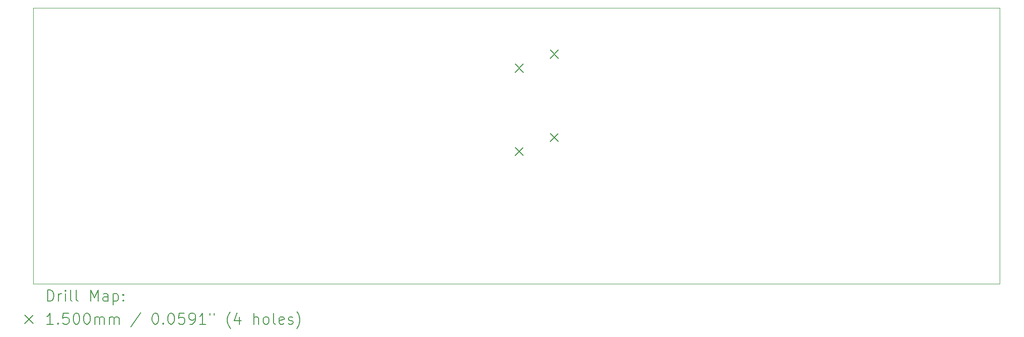
<source format=gbr>
%TF.GenerationSoftware,KiCad,Pcbnew,8.0.9-8.0.9-0~ubuntu22.04.1*%
%TF.CreationDate,2025-03-11T21:03:11+03:00*%
%TF.ProjectId,test,74657374-2e6b-4696-9361-645f70636258,rev?*%
%TF.SameCoordinates,Original*%
%TF.FileFunction,Drillmap*%
%TF.FilePolarity,Positive*%
%FSLAX45Y45*%
G04 Gerber Fmt 4.5, Leading zero omitted, Abs format (unit mm)*
G04 Created by KiCad (PCBNEW 8.0.9-8.0.9-0~ubuntu22.04.1) date 2025-03-11 21:03:11*
%MOMM*%
%LPD*%
G01*
G04 APERTURE LIST*
%ADD10C,0.050000*%
%ADD11C,0.200000*%
%ADD12C,0.150000*%
G04 APERTURE END LIST*
D10*
X2100000Y-6550000D02*
X19600000Y-6550000D01*
X19600000Y-11550000D01*
X2100000Y-11550000D01*
X2100000Y-6550000D01*
D11*
D12*
X10825000Y-7566000D02*
X10975000Y-7716000D01*
X10975000Y-7566000D02*
X10825000Y-7716000D01*
X10825000Y-9075000D02*
X10975000Y-9225000D01*
X10975000Y-9075000D02*
X10825000Y-9225000D01*
X11460000Y-7312000D02*
X11610000Y-7462000D01*
X11610000Y-7312000D02*
X11460000Y-7462000D01*
X11460000Y-8821000D02*
X11610000Y-8971000D01*
X11610000Y-8821000D02*
X11460000Y-8971000D01*
D11*
X2358277Y-11863984D02*
X2358277Y-11663984D01*
X2358277Y-11663984D02*
X2405896Y-11663984D01*
X2405896Y-11663984D02*
X2434467Y-11673508D01*
X2434467Y-11673508D02*
X2453515Y-11692555D01*
X2453515Y-11692555D02*
X2463039Y-11711603D01*
X2463039Y-11711603D02*
X2472563Y-11749698D01*
X2472563Y-11749698D02*
X2472563Y-11778269D01*
X2472563Y-11778269D02*
X2463039Y-11816365D01*
X2463039Y-11816365D02*
X2453515Y-11835412D01*
X2453515Y-11835412D02*
X2434467Y-11854460D01*
X2434467Y-11854460D02*
X2405896Y-11863984D01*
X2405896Y-11863984D02*
X2358277Y-11863984D01*
X2558277Y-11863984D02*
X2558277Y-11730650D01*
X2558277Y-11768746D02*
X2567801Y-11749698D01*
X2567801Y-11749698D02*
X2577324Y-11740174D01*
X2577324Y-11740174D02*
X2596372Y-11730650D01*
X2596372Y-11730650D02*
X2615420Y-11730650D01*
X2682086Y-11863984D02*
X2682086Y-11730650D01*
X2682086Y-11663984D02*
X2672563Y-11673508D01*
X2672563Y-11673508D02*
X2682086Y-11683031D01*
X2682086Y-11683031D02*
X2691610Y-11673508D01*
X2691610Y-11673508D02*
X2682086Y-11663984D01*
X2682086Y-11663984D02*
X2682086Y-11683031D01*
X2805896Y-11863984D02*
X2786848Y-11854460D01*
X2786848Y-11854460D02*
X2777324Y-11835412D01*
X2777324Y-11835412D02*
X2777324Y-11663984D01*
X2910658Y-11863984D02*
X2891610Y-11854460D01*
X2891610Y-11854460D02*
X2882086Y-11835412D01*
X2882086Y-11835412D02*
X2882086Y-11663984D01*
X3139229Y-11863984D02*
X3139229Y-11663984D01*
X3139229Y-11663984D02*
X3205896Y-11806841D01*
X3205896Y-11806841D02*
X3272562Y-11663984D01*
X3272562Y-11663984D02*
X3272562Y-11863984D01*
X3453515Y-11863984D02*
X3453515Y-11759222D01*
X3453515Y-11759222D02*
X3443991Y-11740174D01*
X3443991Y-11740174D02*
X3424943Y-11730650D01*
X3424943Y-11730650D02*
X3386848Y-11730650D01*
X3386848Y-11730650D02*
X3367801Y-11740174D01*
X3453515Y-11854460D02*
X3434467Y-11863984D01*
X3434467Y-11863984D02*
X3386848Y-11863984D01*
X3386848Y-11863984D02*
X3367801Y-11854460D01*
X3367801Y-11854460D02*
X3358277Y-11835412D01*
X3358277Y-11835412D02*
X3358277Y-11816365D01*
X3358277Y-11816365D02*
X3367801Y-11797317D01*
X3367801Y-11797317D02*
X3386848Y-11787793D01*
X3386848Y-11787793D02*
X3434467Y-11787793D01*
X3434467Y-11787793D02*
X3453515Y-11778269D01*
X3548753Y-11730650D02*
X3548753Y-11930650D01*
X3548753Y-11740174D02*
X3567801Y-11730650D01*
X3567801Y-11730650D02*
X3605896Y-11730650D01*
X3605896Y-11730650D02*
X3624943Y-11740174D01*
X3624943Y-11740174D02*
X3634467Y-11749698D01*
X3634467Y-11749698D02*
X3643991Y-11768746D01*
X3643991Y-11768746D02*
X3643991Y-11825888D01*
X3643991Y-11825888D02*
X3634467Y-11844936D01*
X3634467Y-11844936D02*
X3624943Y-11854460D01*
X3624943Y-11854460D02*
X3605896Y-11863984D01*
X3605896Y-11863984D02*
X3567801Y-11863984D01*
X3567801Y-11863984D02*
X3548753Y-11854460D01*
X3729705Y-11844936D02*
X3739229Y-11854460D01*
X3739229Y-11854460D02*
X3729705Y-11863984D01*
X3729705Y-11863984D02*
X3720182Y-11854460D01*
X3720182Y-11854460D02*
X3729705Y-11844936D01*
X3729705Y-11844936D02*
X3729705Y-11863984D01*
X3729705Y-11740174D02*
X3739229Y-11749698D01*
X3739229Y-11749698D02*
X3729705Y-11759222D01*
X3729705Y-11759222D02*
X3720182Y-11749698D01*
X3720182Y-11749698D02*
X3729705Y-11740174D01*
X3729705Y-11740174D02*
X3729705Y-11759222D01*
D12*
X1947500Y-12117500D02*
X2097500Y-12267500D01*
X2097500Y-12117500D02*
X1947500Y-12267500D01*
D11*
X2463039Y-12283984D02*
X2348753Y-12283984D01*
X2405896Y-12283984D02*
X2405896Y-12083984D01*
X2405896Y-12083984D02*
X2386848Y-12112555D01*
X2386848Y-12112555D02*
X2367801Y-12131603D01*
X2367801Y-12131603D02*
X2348753Y-12141127D01*
X2548753Y-12264936D02*
X2558277Y-12274460D01*
X2558277Y-12274460D02*
X2548753Y-12283984D01*
X2548753Y-12283984D02*
X2539229Y-12274460D01*
X2539229Y-12274460D02*
X2548753Y-12264936D01*
X2548753Y-12264936D02*
X2548753Y-12283984D01*
X2739229Y-12083984D02*
X2643991Y-12083984D01*
X2643991Y-12083984D02*
X2634467Y-12179222D01*
X2634467Y-12179222D02*
X2643991Y-12169698D01*
X2643991Y-12169698D02*
X2663039Y-12160174D01*
X2663039Y-12160174D02*
X2710658Y-12160174D01*
X2710658Y-12160174D02*
X2729705Y-12169698D01*
X2729705Y-12169698D02*
X2739229Y-12179222D01*
X2739229Y-12179222D02*
X2748753Y-12198269D01*
X2748753Y-12198269D02*
X2748753Y-12245888D01*
X2748753Y-12245888D02*
X2739229Y-12264936D01*
X2739229Y-12264936D02*
X2729705Y-12274460D01*
X2729705Y-12274460D02*
X2710658Y-12283984D01*
X2710658Y-12283984D02*
X2663039Y-12283984D01*
X2663039Y-12283984D02*
X2643991Y-12274460D01*
X2643991Y-12274460D02*
X2634467Y-12264936D01*
X2872562Y-12083984D02*
X2891610Y-12083984D01*
X2891610Y-12083984D02*
X2910658Y-12093508D01*
X2910658Y-12093508D02*
X2920182Y-12103031D01*
X2920182Y-12103031D02*
X2929705Y-12122079D01*
X2929705Y-12122079D02*
X2939229Y-12160174D01*
X2939229Y-12160174D02*
X2939229Y-12207793D01*
X2939229Y-12207793D02*
X2929705Y-12245888D01*
X2929705Y-12245888D02*
X2920182Y-12264936D01*
X2920182Y-12264936D02*
X2910658Y-12274460D01*
X2910658Y-12274460D02*
X2891610Y-12283984D01*
X2891610Y-12283984D02*
X2872562Y-12283984D01*
X2872562Y-12283984D02*
X2853515Y-12274460D01*
X2853515Y-12274460D02*
X2843991Y-12264936D01*
X2843991Y-12264936D02*
X2834467Y-12245888D01*
X2834467Y-12245888D02*
X2824943Y-12207793D01*
X2824943Y-12207793D02*
X2824943Y-12160174D01*
X2824943Y-12160174D02*
X2834467Y-12122079D01*
X2834467Y-12122079D02*
X2843991Y-12103031D01*
X2843991Y-12103031D02*
X2853515Y-12093508D01*
X2853515Y-12093508D02*
X2872562Y-12083984D01*
X3063039Y-12083984D02*
X3082086Y-12083984D01*
X3082086Y-12083984D02*
X3101134Y-12093508D01*
X3101134Y-12093508D02*
X3110658Y-12103031D01*
X3110658Y-12103031D02*
X3120182Y-12122079D01*
X3120182Y-12122079D02*
X3129705Y-12160174D01*
X3129705Y-12160174D02*
X3129705Y-12207793D01*
X3129705Y-12207793D02*
X3120182Y-12245888D01*
X3120182Y-12245888D02*
X3110658Y-12264936D01*
X3110658Y-12264936D02*
X3101134Y-12274460D01*
X3101134Y-12274460D02*
X3082086Y-12283984D01*
X3082086Y-12283984D02*
X3063039Y-12283984D01*
X3063039Y-12283984D02*
X3043991Y-12274460D01*
X3043991Y-12274460D02*
X3034467Y-12264936D01*
X3034467Y-12264936D02*
X3024943Y-12245888D01*
X3024943Y-12245888D02*
X3015420Y-12207793D01*
X3015420Y-12207793D02*
X3015420Y-12160174D01*
X3015420Y-12160174D02*
X3024943Y-12122079D01*
X3024943Y-12122079D02*
X3034467Y-12103031D01*
X3034467Y-12103031D02*
X3043991Y-12093508D01*
X3043991Y-12093508D02*
X3063039Y-12083984D01*
X3215420Y-12283984D02*
X3215420Y-12150650D01*
X3215420Y-12169698D02*
X3224943Y-12160174D01*
X3224943Y-12160174D02*
X3243991Y-12150650D01*
X3243991Y-12150650D02*
X3272563Y-12150650D01*
X3272563Y-12150650D02*
X3291610Y-12160174D01*
X3291610Y-12160174D02*
X3301134Y-12179222D01*
X3301134Y-12179222D02*
X3301134Y-12283984D01*
X3301134Y-12179222D02*
X3310658Y-12160174D01*
X3310658Y-12160174D02*
X3329705Y-12150650D01*
X3329705Y-12150650D02*
X3358277Y-12150650D01*
X3358277Y-12150650D02*
X3377324Y-12160174D01*
X3377324Y-12160174D02*
X3386848Y-12179222D01*
X3386848Y-12179222D02*
X3386848Y-12283984D01*
X3482086Y-12283984D02*
X3482086Y-12150650D01*
X3482086Y-12169698D02*
X3491610Y-12160174D01*
X3491610Y-12160174D02*
X3510658Y-12150650D01*
X3510658Y-12150650D02*
X3539229Y-12150650D01*
X3539229Y-12150650D02*
X3558277Y-12160174D01*
X3558277Y-12160174D02*
X3567801Y-12179222D01*
X3567801Y-12179222D02*
X3567801Y-12283984D01*
X3567801Y-12179222D02*
X3577324Y-12160174D01*
X3577324Y-12160174D02*
X3596372Y-12150650D01*
X3596372Y-12150650D02*
X3624943Y-12150650D01*
X3624943Y-12150650D02*
X3643991Y-12160174D01*
X3643991Y-12160174D02*
X3653515Y-12179222D01*
X3653515Y-12179222D02*
X3653515Y-12283984D01*
X4043991Y-12074460D02*
X3872563Y-12331603D01*
X4301134Y-12083984D02*
X4320182Y-12083984D01*
X4320182Y-12083984D02*
X4339229Y-12093508D01*
X4339229Y-12093508D02*
X4348753Y-12103031D01*
X4348753Y-12103031D02*
X4358277Y-12122079D01*
X4358277Y-12122079D02*
X4367801Y-12160174D01*
X4367801Y-12160174D02*
X4367801Y-12207793D01*
X4367801Y-12207793D02*
X4358277Y-12245888D01*
X4358277Y-12245888D02*
X4348753Y-12264936D01*
X4348753Y-12264936D02*
X4339229Y-12274460D01*
X4339229Y-12274460D02*
X4320182Y-12283984D01*
X4320182Y-12283984D02*
X4301134Y-12283984D01*
X4301134Y-12283984D02*
X4282087Y-12274460D01*
X4282087Y-12274460D02*
X4272563Y-12264936D01*
X4272563Y-12264936D02*
X4263039Y-12245888D01*
X4263039Y-12245888D02*
X4253515Y-12207793D01*
X4253515Y-12207793D02*
X4253515Y-12160174D01*
X4253515Y-12160174D02*
X4263039Y-12122079D01*
X4263039Y-12122079D02*
X4272563Y-12103031D01*
X4272563Y-12103031D02*
X4282087Y-12093508D01*
X4282087Y-12093508D02*
X4301134Y-12083984D01*
X4453515Y-12264936D02*
X4463039Y-12274460D01*
X4463039Y-12274460D02*
X4453515Y-12283984D01*
X4453515Y-12283984D02*
X4443991Y-12274460D01*
X4443991Y-12274460D02*
X4453515Y-12264936D01*
X4453515Y-12264936D02*
X4453515Y-12283984D01*
X4586848Y-12083984D02*
X4605896Y-12083984D01*
X4605896Y-12083984D02*
X4624944Y-12093508D01*
X4624944Y-12093508D02*
X4634468Y-12103031D01*
X4634468Y-12103031D02*
X4643991Y-12122079D01*
X4643991Y-12122079D02*
X4653515Y-12160174D01*
X4653515Y-12160174D02*
X4653515Y-12207793D01*
X4653515Y-12207793D02*
X4643991Y-12245888D01*
X4643991Y-12245888D02*
X4634468Y-12264936D01*
X4634468Y-12264936D02*
X4624944Y-12274460D01*
X4624944Y-12274460D02*
X4605896Y-12283984D01*
X4605896Y-12283984D02*
X4586848Y-12283984D01*
X4586848Y-12283984D02*
X4567801Y-12274460D01*
X4567801Y-12274460D02*
X4558277Y-12264936D01*
X4558277Y-12264936D02*
X4548753Y-12245888D01*
X4548753Y-12245888D02*
X4539229Y-12207793D01*
X4539229Y-12207793D02*
X4539229Y-12160174D01*
X4539229Y-12160174D02*
X4548753Y-12122079D01*
X4548753Y-12122079D02*
X4558277Y-12103031D01*
X4558277Y-12103031D02*
X4567801Y-12093508D01*
X4567801Y-12093508D02*
X4586848Y-12083984D01*
X4834468Y-12083984D02*
X4739229Y-12083984D01*
X4739229Y-12083984D02*
X4729706Y-12179222D01*
X4729706Y-12179222D02*
X4739229Y-12169698D01*
X4739229Y-12169698D02*
X4758277Y-12160174D01*
X4758277Y-12160174D02*
X4805896Y-12160174D01*
X4805896Y-12160174D02*
X4824944Y-12169698D01*
X4824944Y-12169698D02*
X4834468Y-12179222D01*
X4834468Y-12179222D02*
X4843991Y-12198269D01*
X4843991Y-12198269D02*
X4843991Y-12245888D01*
X4843991Y-12245888D02*
X4834468Y-12264936D01*
X4834468Y-12264936D02*
X4824944Y-12274460D01*
X4824944Y-12274460D02*
X4805896Y-12283984D01*
X4805896Y-12283984D02*
X4758277Y-12283984D01*
X4758277Y-12283984D02*
X4739229Y-12274460D01*
X4739229Y-12274460D02*
X4729706Y-12264936D01*
X4939229Y-12283984D02*
X4977325Y-12283984D01*
X4977325Y-12283984D02*
X4996372Y-12274460D01*
X4996372Y-12274460D02*
X5005896Y-12264936D01*
X5005896Y-12264936D02*
X5024944Y-12236365D01*
X5024944Y-12236365D02*
X5034468Y-12198269D01*
X5034468Y-12198269D02*
X5034468Y-12122079D01*
X5034468Y-12122079D02*
X5024944Y-12103031D01*
X5024944Y-12103031D02*
X5015420Y-12093508D01*
X5015420Y-12093508D02*
X4996372Y-12083984D01*
X4996372Y-12083984D02*
X4958277Y-12083984D01*
X4958277Y-12083984D02*
X4939229Y-12093508D01*
X4939229Y-12093508D02*
X4929706Y-12103031D01*
X4929706Y-12103031D02*
X4920182Y-12122079D01*
X4920182Y-12122079D02*
X4920182Y-12169698D01*
X4920182Y-12169698D02*
X4929706Y-12188746D01*
X4929706Y-12188746D02*
X4939229Y-12198269D01*
X4939229Y-12198269D02*
X4958277Y-12207793D01*
X4958277Y-12207793D02*
X4996372Y-12207793D01*
X4996372Y-12207793D02*
X5015420Y-12198269D01*
X5015420Y-12198269D02*
X5024944Y-12188746D01*
X5024944Y-12188746D02*
X5034468Y-12169698D01*
X5224944Y-12283984D02*
X5110658Y-12283984D01*
X5167801Y-12283984D02*
X5167801Y-12083984D01*
X5167801Y-12083984D02*
X5148753Y-12112555D01*
X5148753Y-12112555D02*
X5129706Y-12131603D01*
X5129706Y-12131603D02*
X5110658Y-12141127D01*
X5301134Y-12083984D02*
X5301134Y-12122079D01*
X5377325Y-12083984D02*
X5377325Y-12122079D01*
X5672563Y-12360174D02*
X5663039Y-12350650D01*
X5663039Y-12350650D02*
X5643991Y-12322079D01*
X5643991Y-12322079D02*
X5634468Y-12303031D01*
X5634468Y-12303031D02*
X5624944Y-12274460D01*
X5624944Y-12274460D02*
X5615420Y-12226841D01*
X5615420Y-12226841D02*
X5615420Y-12188746D01*
X5615420Y-12188746D02*
X5624944Y-12141127D01*
X5624944Y-12141127D02*
X5634468Y-12112555D01*
X5634468Y-12112555D02*
X5643991Y-12093508D01*
X5643991Y-12093508D02*
X5663039Y-12064936D01*
X5663039Y-12064936D02*
X5672563Y-12055412D01*
X5834468Y-12150650D02*
X5834468Y-12283984D01*
X5786848Y-12074460D02*
X5739229Y-12217317D01*
X5739229Y-12217317D02*
X5863039Y-12217317D01*
X6091610Y-12283984D02*
X6091610Y-12083984D01*
X6177325Y-12283984D02*
X6177325Y-12179222D01*
X6177325Y-12179222D02*
X6167801Y-12160174D01*
X6167801Y-12160174D02*
X6148753Y-12150650D01*
X6148753Y-12150650D02*
X6120182Y-12150650D01*
X6120182Y-12150650D02*
X6101134Y-12160174D01*
X6101134Y-12160174D02*
X6091610Y-12169698D01*
X6301134Y-12283984D02*
X6282087Y-12274460D01*
X6282087Y-12274460D02*
X6272563Y-12264936D01*
X6272563Y-12264936D02*
X6263039Y-12245888D01*
X6263039Y-12245888D02*
X6263039Y-12188746D01*
X6263039Y-12188746D02*
X6272563Y-12169698D01*
X6272563Y-12169698D02*
X6282087Y-12160174D01*
X6282087Y-12160174D02*
X6301134Y-12150650D01*
X6301134Y-12150650D02*
X6329706Y-12150650D01*
X6329706Y-12150650D02*
X6348753Y-12160174D01*
X6348753Y-12160174D02*
X6358277Y-12169698D01*
X6358277Y-12169698D02*
X6367801Y-12188746D01*
X6367801Y-12188746D02*
X6367801Y-12245888D01*
X6367801Y-12245888D02*
X6358277Y-12264936D01*
X6358277Y-12264936D02*
X6348753Y-12274460D01*
X6348753Y-12274460D02*
X6329706Y-12283984D01*
X6329706Y-12283984D02*
X6301134Y-12283984D01*
X6482087Y-12283984D02*
X6463039Y-12274460D01*
X6463039Y-12274460D02*
X6453515Y-12255412D01*
X6453515Y-12255412D02*
X6453515Y-12083984D01*
X6634468Y-12274460D02*
X6615420Y-12283984D01*
X6615420Y-12283984D02*
X6577325Y-12283984D01*
X6577325Y-12283984D02*
X6558277Y-12274460D01*
X6558277Y-12274460D02*
X6548753Y-12255412D01*
X6548753Y-12255412D02*
X6548753Y-12179222D01*
X6548753Y-12179222D02*
X6558277Y-12160174D01*
X6558277Y-12160174D02*
X6577325Y-12150650D01*
X6577325Y-12150650D02*
X6615420Y-12150650D01*
X6615420Y-12150650D02*
X6634468Y-12160174D01*
X6634468Y-12160174D02*
X6643991Y-12179222D01*
X6643991Y-12179222D02*
X6643991Y-12198269D01*
X6643991Y-12198269D02*
X6548753Y-12217317D01*
X6720182Y-12274460D02*
X6739230Y-12283984D01*
X6739230Y-12283984D02*
X6777325Y-12283984D01*
X6777325Y-12283984D02*
X6796372Y-12274460D01*
X6796372Y-12274460D02*
X6805896Y-12255412D01*
X6805896Y-12255412D02*
X6805896Y-12245888D01*
X6805896Y-12245888D02*
X6796372Y-12226841D01*
X6796372Y-12226841D02*
X6777325Y-12217317D01*
X6777325Y-12217317D02*
X6748753Y-12217317D01*
X6748753Y-12217317D02*
X6729706Y-12207793D01*
X6729706Y-12207793D02*
X6720182Y-12188746D01*
X6720182Y-12188746D02*
X6720182Y-12179222D01*
X6720182Y-12179222D02*
X6729706Y-12160174D01*
X6729706Y-12160174D02*
X6748753Y-12150650D01*
X6748753Y-12150650D02*
X6777325Y-12150650D01*
X6777325Y-12150650D02*
X6796372Y-12160174D01*
X6872563Y-12360174D02*
X6882087Y-12350650D01*
X6882087Y-12350650D02*
X6901134Y-12322079D01*
X6901134Y-12322079D02*
X6910658Y-12303031D01*
X6910658Y-12303031D02*
X6920182Y-12274460D01*
X6920182Y-12274460D02*
X6929706Y-12226841D01*
X6929706Y-12226841D02*
X6929706Y-12188746D01*
X6929706Y-12188746D02*
X6920182Y-12141127D01*
X6920182Y-12141127D02*
X6910658Y-12112555D01*
X6910658Y-12112555D02*
X6901134Y-12093508D01*
X6901134Y-12093508D02*
X6882087Y-12064936D01*
X6882087Y-12064936D02*
X6872563Y-12055412D01*
M02*

</source>
